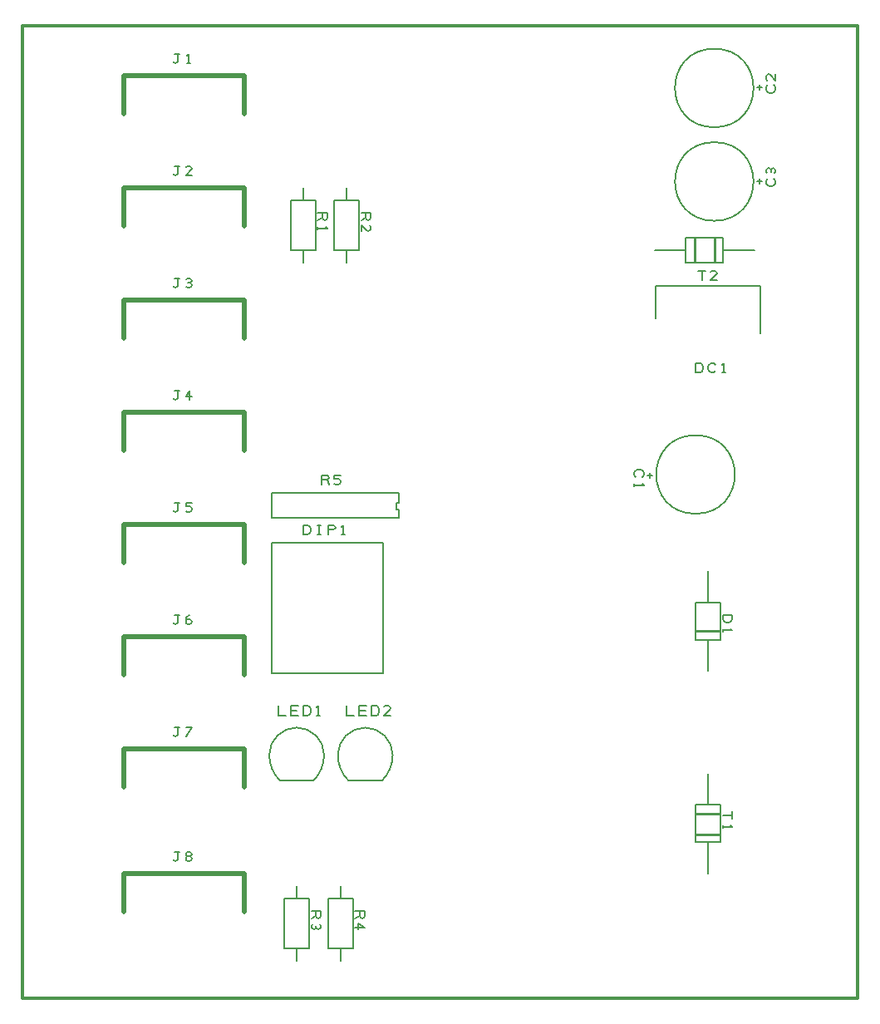
<source format=gbr>
G04 EasyPC Gerber Version 21.0.2 Build 4273 *
G04 #@! TF.Part,Single*
G04 #@! TF.FileFunction,Legend,Top *
G04 #@! TF.FilePolarity,Positive *
%FSLAX35Y35*%
%MOIN*%
%ADD11C,0.00500*%
%ADD25C,0.00787*%
%ADD15C,0.01000*%
%ADD29C,0.01200*%
%ADD70C,0.02000*%
X0Y0D02*
D02*
D11*
X61100Y56163D02*
X61413Y55850D01*
X62037Y55537*
X62663Y55850*
X62975Y56163*
Y59287*
X63600*
X62975D02*
X61725D01*
X67037Y57413D02*
X67663D01*
X68287Y57725*
X68600Y58350*
X68287Y58975*
X67663Y59287*
X67037*
X66413Y58975*
X66100Y58350*
X66413Y57725*
X67037Y57413*
X66413Y57100*
X66100Y56475*
X66413Y55850*
X67037Y55537*
X67663*
X68287Y55850*
X68600Y56475*
X68287Y57100*
X67663Y57413*
X61100Y106163D02*
X61413Y105850D01*
X62037Y105537*
X62663Y105850*
X62975Y106163*
Y109287*
X63600*
X62975D02*
X61725D01*
X66100Y105537D02*
X68600Y109287D01*
X66100*
X61100Y151163D02*
X61413Y150850D01*
X62037Y150537*
X62663Y150850*
X62975Y151163*
Y154287*
X63600*
X62975D02*
X61725D01*
X66100Y151475D02*
X66413Y152100D01*
X67037Y152413*
X67663*
X68287Y152100*
X68600Y151475*
X68287Y150850*
X67663Y150537*
X67037*
X66413Y150850*
X66100Y151475*
Y152413*
X66413Y153350*
X67037Y153975*
X67663Y154287*
X61100Y196163D02*
X61413Y195850D01*
X62037Y195537*
X62663Y195850*
X62975Y196163*
Y199287*
X63600*
X62975D02*
X61725D01*
X66100Y195850D02*
X66725Y195537D01*
X67663*
X68287Y195850*
X68600Y196475*
Y196787*
X68287Y197413*
X67663Y197725*
X66100*
Y199287*
X68600*
X61100Y241163D02*
X61413Y240850D01*
X62037Y240537*
X62663Y240850*
X62975Y241163*
Y244287*
X63600*
X62975D02*
X61725D01*
X67663Y240537D02*
Y244287D01*
X66100Y241787*
X68600*
X61100Y286163D02*
X61413Y285850D01*
X62037Y285537*
X62663Y285850*
X62975Y286163*
Y289287*
X63600*
X62975D02*
X61725D01*
X66413Y285850D02*
X67037Y285537D01*
X67663*
X68287Y285850*
X68600Y286475*
X68287Y287100*
X67663Y287413*
X67037*
X67663D02*
X68287Y287725D01*
X68600Y288350*
X68287Y288975*
X67663Y289287*
X67037*
X66413Y288975*
X61100Y331163D02*
X61413Y330850D01*
X62037Y330537*
X62663Y330850*
X62975Y331163*
Y334287*
X63600*
X62975D02*
X61725D01*
X68600Y330537D02*
X66100D01*
X68287Y332725*
X68600Y333350*
X68287Y333975*
X67663Y334287*
X66725*
X66100Y333975*
X61100Y376163D02*
X61413Y375850D01*
X62037Y375537*
X62663Y375850*
X62975Y376163*
Y379287*
X63600*
X62975D02*
X61725D01*
X66725Y375537D02*
X67975D01*
X67350D02*
Y379287D01*
X66725Y378663*
X100462Y130817D02*
Y183100D01*
X145344*
Y130817*
X100462*
X103100Y117787D02*
Y114037D01*
X106225*
X108100D02*
Y117787D01*
X111225*
X110600Y115913D02*
X108100D01*
Y114037D02*
X111225D01*
X113100D02*
Y117787D01*
X114975*
X115600Y117475*
X115913Y117163*
X116225Y116537*
Y115287*
X115913Y114663*
X115600Y114350*
X114975Y114037*
X113100*
X118725D02*
X119975D01*
X119350D02*
Y117787D01*
X118725Y117163*
X105600Y40600D02*
X115600D01*
Y20600*
X105600*
Y40600*
X108100Y320600D02*
X118100D01*
Y300600*
X108100*
Y320600*
X110600Y20600D02*
Y15600D01*
Y45600D02*
Y40600D01*
X113100Y186537D02*
Y190287D01*
X114975*
X115600Y189975*
X115913Y189663*
X116225Y189037*
Y187787*
X115913Y187163*
X115600Y186850*
X114975Y186537*
X113100*
X119037D02*
X120287D01*
X119663D02*
Y190287D01*
X119037D02*
X120287D01*
X123100Y186537D02*
Y190287D01*
X125287*
X125913Y189975*
X126225Y189350*
X125913Y188725*
X125287Y188413*
X123100*
X128725Y186537D02*
X129975D01*
X129350D02*
Y190287D01*
X128725Y189663*
X113100Y300600D02*
Y295600D01*
Y325600D02*
Y320600D01*
X116537Y35600D02*
X120287D01*
Y33413*
X119975Y32787*
X119350Y32475*
X118725Y32787*
X118413Y33413*
Y35600*
Y33413D02*
X116537Y32475D01*
X116850Y30287D02*
X116537Y29663D01*
Y29037*
X116850Y28413*
X117475Y28100*
X118100Y28413*
X118413Y29037*
Y29663*
Y29037D02*
X118725Y28413D01*
X119350Y28100*
X119975Y28413*
X120287Y29037*
Y29663*
X119975Y30287*
X119037Y315600D02*
X122787D01*
Y313413*
X122475Y312787*
X121850Y312475*
X121225Y312787*
X120913Y313413*
Y315600*
Y313413D02*
X119037Y312475D01*
Y309975D02*
Y308725D01*
Y309350D02*
X122787D01*
X122163Y309975*
X120600Y206537D02*
Y210287D01*
X122787*
X123413Y209975*
X123725Y209350*
X123413Y208725*
X122787Y208413*
X120600*
X122787D02*
X123725Y206537D01*
X125600Y206850D02*
X126225Y206537D01*
X127163*
X127787Y206850*
X128100Y207475*
Y207787*
X127787Y208413*
X127163Y208725*
X125600*
Y210287*
X128100*
X121600Y98100D02*
G75*
G03X110600Y109100I-11000D01*
G01*
G75*
G03X99600Y98100J-11000*
G01*
G75*
G03X103900Y87800I14583J41*
G01*
X117300*
G75*
G03X121600Y98100I-10283J10341*
G01*
X123100Y40600D02*
X133100D01*
Y20600*
X123100*
Y40600*
X125600Y320600D02*
X135600D01*
Y300600*
X125600*
Y320600*
X128100Y20600D02*
Y15600D01*
Y45600D02*
Y40600D01*
X130600Y117787D02*
Y114037D01*
X133725*
X135600D02*
Y117787D01*
X138725*
X138100Y115913D02*
X135600D01*
Y114037D02*
X138725D01*
X140600D02*
Y117787D01*
X142475*
X143100Y117475*
X143413Y117163*
X143725Y116537*
Y115287*
X143413Y114663*
X143100Y114350*
X142475Y114037*
X140600*
X148100D02*
X145600D01*
X147787Y116225*
X148100Y116850*
X147787Y117475*
X147163Y117787*
X146225*
X145600Y117475*
X130600Y300600D02*
Y295600D01*
Y325600D02*
Y320600D01*
X134037Y35600D02*
X137787D01*
Y33413*
X137475Y32787*
X136850Y32475*
X136225Y32787*
X135913Y33413*
Y35600*
Y33413D02*
X134037Y32475D01*
Y29037D02*
X137787D01*
X135287Y30600*
Y28100*
X136537Y315600D02*
X140287D01*
Y313413*
X139975Y312787*
X139350Y312475*
X138725Y312787*
X138413Y313413*
Y315600*
Y313413D02*
X136537Y312475D01*
Y308100D02*
Y310600D01*
X138725Y308413*
X139350Y308100*
X139975Y308413*
X140287Y309037*
Y309975*
X139975Y310600*
X149100Y98100D02*
G75*
G03X138100Y109100I-11000D01*
G01*
G75*
G03X127100Y98100J-11000*
G01*
G75*
G03X131400Y87800I14583J41*
G01*
X144800*
G75*
G03X149100Y98100I-10283J10341*
G01*
X151600Y203100D02*
X100600D01*
Y193100*
X151600*
Y196600*
X150600*
Y199100*
X151600*
Y203100*
X246663Y209475D02*
X246350Y209787D01*
X246037Y210413*
Y211350*
X246350Y211975*
X246663Y212287*
X247287Y212600*
X248537*
X249163Y212287*
X249475Y211975*
X249787Y211350*
Y210413*
X249475Y209787*
X249163Y209475*
X246037Y206975D02*
Y205725D01*
Y206350D02*
X249787D01*
X249163Y206975*
X252350Y211350D02*
Y209350D01*
X251350Y210350D02*
X253350D01*
X266600Y300600D02*
X254100D01*
X270600Y159342D02*
X280600D01*
Y144342*
X270600*
Y159342*
Y251537D02*
Y255287D01*
X272475*
X273100Y254975*
X273413Y254663*
X273725Y254037*
Y252787*
X273413Y252163*
X273100Y251850*
X272475Y251537*
X270600*
X278725Y252163D02*
X278413Y251850D01*
X277787Y251537*
X276850*
X276225Y251850*
X275913Y252163*
X275600Y252787*
Y254037*
X275913Y254663*
X276225Y254975*
X276850Y255287*
X277787*
X278413Y254975*
X278725Y254663*
X281225Y251537D02*
X282475D01*
X281850D02*
Y255287D01*
X281225Y254663*
X273163Y288537D02*
Y292287D01*
X271600D02*
X274725D01*
X279100Y288537D02*
X276600D01*
X278787Y290725*
X279100Y291350*
X278787Y291975*
X278163Y292287*
X277225*
X276600Y291975*
X275600Y63100D02*
Y50600D01*
Y78100D02*
Y90600D01*
Y144342D02*
Y131842D01*
Y159342D02*
Y171842D01*
X280600Y63100D02*
X270600D01*
Y78100*
X280600*
Y63100*
X281537Y74037D02*
X285287D01*
Y75600D02*
Y72475D01*
X281537Y69975D02*
Y68725D01*
Y69350D02*
X285287D01*
X284663Y69975*
X281537Y154342D02*
X285287D01*
Y152467*
X284975Y151842*
X284663Y151530*
X284037Y151217*
X282787*
X282163Y151530*
X281850Y151842*
X281537Y152467*
Y154342*
Y148717D02*
Y147467D01*
Y148092D02*
X285287D01*
X284663Y148717*
X281600Y300600D02*
X294100D01*
X281600Y305600D02*
Y295600D01*
X266600*
Y305600*
X281600*
X296350Y327350D02*
Y329350D01*
X297350Y328350D02*
X295350D01*
X296350Y364850D02*
Y366850D01*
X297350Y365850D02*
X295350D01*
X302037Y329225D02*
X302350Y328913D01*
X302663Y328287*
Y327350*
X302350Y326725*
X302037Y326413*
X301413Y326100*
X300163*
X299537Y326413*
X299225Y326725*
X298913Y327350*
Y328287*
X299225Y328913*
X299537Y329225*
X302350Y331413D02*
X302663Y332037D01*
Y332663*
X302350Y333287*
X301725Y333600*
X301100Y333287*
X300787Y332663*
Y332037*
Y332663D02*
X300475Y333287D01*
X299850Y333600*
X299225Y333287*
X298913Y332663*
Y332037*
X299225Y331413*
X302037Y366725D02*
X302350Y366413D01*
X302663Y365787*
Y364850*
X302350Y364225*
X302037Y363913*
X301413Y363600*
X300163*
X299537Y363913*
X299225Y364225*
X298913Y364850*
Y365787*
X299225Y366413*
X299537Y366725*
X302663Y371100D02*
Y368600D01*
X300475Y370787*
X299850Y371100*
X299225Y370787*
X298913Y370163*
Y369225*
X299225Y368600*
D02*
D15*
X270100Y295900D02*
Y305300D01*
X270900Y66350D02*
X280300D01*
X270900Y74600D02*
X280300D01*
X278350Y295900D02*
Y305300D01*
X280300Y147842D02*
X270900D01*
D02*
D70*
X41350Y35100D02*
Y50600D01*
X89600*
Y35100*
X41350Y85100D02*
Y100600D01*
X89600*
Y85100*
X41350Y130100D02*
Y145600D01*
X89600*
Y130100*
X41350Y175100D02*
Y190600D01*
X89600*
Y175100*
X41350Y220100D02*
Y235600D01*
X89600*
Y220100*
X41350Y265100D02*
Y280600D01*
X89600*
Y265100*
X41350Y310100D02*
Y325600D01*
X89600*
Y310100*
X41350Y355100D02*
Y370600D01*
X89600*
Y355100*
D02*
D25*
X270600Y194852D02*
G75*
G02Y226348J15748D01*
G01*
Y194852D02*
G75*
G02Y226348J15748D01*
G01*
G75*
G02Y194852J-15748*
G01*
X278100Y343848D02*
G75*
G02Y312352J-15748D01*
G01*
Y343848D02*
G75*
G02Y312352J-15748D01*
G01*
G75*
G02Y343848J15748*
G01*
Y381348D02*
G75*
G02Y349852J-15748D01*
G01*
Y381348D02*
G75*
G02Y349852J-15748D01*
G01*
G75*
G02Y381348J15748*
G01*
X296584Y267175D02*
Y286191D01*
X254616*
Y273100*
D02*
D29*
X600Y600D02*
X335600D01*
Y390600*
X600*
Y600*
X0Y0D02*
M02*

</source>
